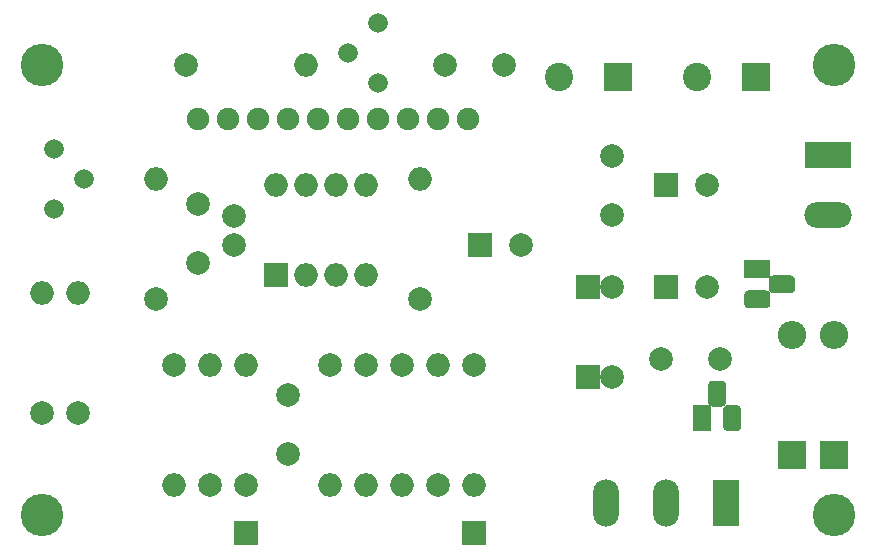
<source format=gbr>
G04 #@! TF.GenerationSoftware,KiCad,Pcbnew,(5.0.0-3-g5ebb6b6)*
G04 #@! TF.CreationDate,2018-08-12T20:31:25+01:00*
G04 #@! TF.ProjectId,SSFXPCB,535346585043422E6B696361645F7063,rev?*
G04 #@! TF.SameCoordinates,Original*
G04 #@! TF.FileFunction,Soldermask,Top*
G04 #@! TF.FilePolarity,Negative*
%FSLAX46Y46*%
G04 Gerber Fmt 4.6, Leading zero omitted, Abs format (unit mm)*
G04 Created by KiCad (PCBNEW (5.0.0-3-g5ebb6b6)) date Sunday, 12 August 2018 at 20:31:25*
%MOMM*%
%LPD*%
G01*
G04 APERTURE LIST*
%ADD10C,1.900000*%
%ADD11R,2.200000X4.000000*%
%ADD12O,2.200000X4.000000*%
%ADD13C,2.000000*%
%ADD14C,1.660000*%
%ADD15O,2.000000X2.000000*%
%ADD16R,2.000000X2.000000*%
%ADD17R,2.400000X2.400000*%
%ADD18O,2.400000X2.400000*%
%ADD19R,4.000000X2.200000*%
%ADD20O,4.000000X2.200000*%
%ADD21C,3.600000*%
%ADD22C,2.400000*%
%ADD23R,2.100000X2.100000*%
%ADD24C,0.100000*%
%ADD25C,1.500000*%
%ADD26R,2.200000X1.500000*%
%ADD27R,1.500000X2.200000*%
G04 APERTURE END LIST*
D10*
G04 #@! TO.C,U2*
X117856000Y-109220000D03*
X120396000Y-109220000D03*
X122936000Y-109220000D03*
X125476000Y-109220000D03*
X140716000Y-109220000D03*
X138176000Y-109220000D03*
X135636000Y-109220000D03*
X133096000Y-109220000D03*
X130556000Y-109220000D03*
X128016000Y-109220000D03*
G04 #@! TD*
D11*
G04 #@! TO.C,RV5*
X162560000Y-141732000D03*
D12*
X157480000Y-141732000D03*
X152400000Y-141732000D03*
G04 #@! TD*
D13*
G04 #@! TO.C,C15*
X152908000Y-112348000D03*
X152908000Y-117348000D03*
G04 #@! TD*
D14*
G04 #@! TO.C,RV3*
X105664000Y-111760000D03*
X108204000Y-114300000D03*
X105664000Y-116840000D03*
G04 #@! TD*
D15*
G04 #@! TO.C,R24*
X135128000Y-140208000D03*
D13*
X135128000Y-130048000D03*
G04 #@! TD*
G04 #@! TO.C,C18*
X160980000Y-123444000D03*
D16*
X157480000Y-123444000D03*
G04 #@! TD*
D13*
G04 #@! TO.C,C14*
X160980000Y-114808000D03*
D16*
X157480000Y-114808000D03*
G04 #@! TD*
G04 #@! TO.C,C20*
X141732000Y-119888000D03*
D13*
X145232000Y-119888000D03*
G04 #@! TD*
D17*
G04 #@! TO.C,D3*
X168148000Y-137668000D03*
D18*
X168148000Y-127508000D03*
G04 #@! TD*
G04 #@! TO.C,D4*
X171704000Y-127508000D03*
D17*
X171704000Y-137668000D03*
G04 #@! TD*
D15*
G04 #@! TO.C,R14*
X138176000Y-130048000D03*
D13*
X138176000Y-140208000D03*
G04 #@! TD*
D15*
G04 #@! TO.C,R12*
X104648000Y-123952000D03*
D13*
X104648000Y-134112000D03*
G04 #@! TD*
D19*
G04 #@! TO.C,J4*
X171196000Y-112268000D03*
D20*
X171196000Y-117348000D03*
G04 #@! TD*
D21*
G04 #@! TO.C,MK1*
X171704000Y-104648000D03*
G04 #@! TD*
G04 #@! TO.C,MK2*
X104648000Y-142748000D03*
G04 #@! TD*
G04 #@! TO.C,MK3*
X104648000Y-104648000D03*
G04 #@! TD*
D16*
G04 #@! TO.C,U1*
X124460000Y-122428000D03*
D15*
X132080000Y-114808000D03*
X127000000Y-122428000D03*
X129540000Y-114808000D03*
X129540000Y-122428000D03*
X127000000Y-114808000D03*
X132080000Y-122428000D03*
X124460000Y-114808000D03*
G04 #@! TD*
D14*
G04 #@! TO.C,RV1*
X133096000Y-106172000D03*
X130556000Y-103632000D03*
X133096000Y-101092000D03*
G04 #@! TD*
D13*
G04 #@! TO.C,C1*
X125476000Y-132588000D03*
X125476000Y-137588000D03*
G04 #@! TD*
G04 #@! TO.C,C4*
X138764000Y-104648000D03*
X143764000Y-104648000D03*
G04 #@! TD*
G04 #@! TO.C,C6*
X117856000Y-121412000D03*
X117856000Y-116412000D03*
G04 #@! TD*
D16*
G04 #@! TO.C,C7*
X150876000Y-131064000D03*
D13*
X152876000Y-131064000D03*
G04 #@! TD*
G04 #@! TO.C,C8*
X152876000Y-123444000D03*
D16*
X150876000Y-123444000D03*
G04 #@! TD*
D13*
G04 #@! TO.C,C19*
X157052000Y-129540000D03*
X162052000Y-129540000D03*
G04 #@! TD*
G04 #@! TO.C,R1*
X121920000Y-140208000D03*
D15*
X121920000Y-130048000D03*
G04 #@! TD*
D13*
G04 #@! TO.C,R2*
X129032000Y-130048000D03*
D15*
X129032000Y-140208000D03*
G04 #@! TD*
D13*
G04 #@! TO.C,R5*
X118872000Y-140208000D03*
D15*
X118872000Y-130048000D03*
G04 #@! TD*
D13*
G04 #@! TO.C,R7*
X115824000Y-130048000D03*
D15*
X115824000Y-140208000D03*
G04 #@! TD*
D13*
G04 #@! TO.C,R9*
X114300000Y-124460000D03*
D15*
X114300000Y-114300000D03*
G04 #@! TD*
G04 #@! TO.C,R10*
X136652000Y-114300000D03*
D13*
X136652000Y-124460000D03*
G04 #@! TD*
G04 #@! TO.C,R11*
X107696000Y-134112000D03*
D15*
X107696000Y-123952000D03*
G04 #@! TD*
G04 #@! TO.C,R13*
X127000000Y-104648000D03*
D13*
X116840000Y-104648000D03*
G04 #@! TD*
G04 #@! TO.C,R15*
X141224000Y-130048000D03*
D15*
X141224000Y-140208000D03*
G04 #@! TD*
D13*
G04 #@! TO.C,R25*
X132080000Y-130048000D03*
D15*
X132080000Y-140208000D03*
G04 #@! TD*
D22*
G04 #@! TO.C,C10*
X160100000Y-105664000D03*
D17*
X165100000Y-105664000D03*
G04 #@! TD*
G04 #@! TO.C,C11*
X153416000Y-105664000D03*
D22*
X148416000Y-105664000D03*
G04 #@! TD*
D23*
G04 #@! TO.C,J9*
X121920000Y-144272000D03*
G04 #@! TD*
G04 #@! TO.C,J11*
X141224000Y-144272000D03*
G04 #@! TD*
D13*
G04 #@! TO.C,C3*
X120904000Y-119888000D03*
X120904000Y-117388000D03*
G04 #@! TD*
D24*
G04 #@! TO.C,U3*
G36*
X168039756Y-122441806D02*
X168076159Y-122447206D01*
X168111857Y-122456147D01*
X168146506Y-122468545D01*
X168179774Y-122484280D01*
X168211339Y-122503199D01*
X168240897Y-122525121D01*
X168268165Y-122549835D01*
X168292879Y-122577103D01*
X168314801Y-122606661D01*
X168333720Y-122638226D01*
X168349455Y-122671494D01*
X168361853Y-122706143D01*
X168370794Y-122741841D01*
X168376194Y-122778244D01*
X168378000Y-122815000D01*
X168378000Y-123565000D01*
X168376194Y-123601756D01*
X168370794Y-123638159D01*
X168361853Y-123673857D01*
X168349455Y-123708506D01*
X168333720Y-123741774D01*
X168314801Y-123773339D01*
X168292879Y-123802897D01*
X168268165Y-123830165D01*
X168240897Y-123854879D01*
X168211339Y-123876801D01*
X168179774Y-123895720D01*
X168146506Y-123911455D01*
X168111857Y-123923853D01*
X168076159Y-123932794D01*
X168039756Y-123938194D01*
X168003000Y-123940000D01*
X166553000Y-123940000D01*
X166516244Y-123938194D01*
X166479841Y-123932794D01*
X166444143Y-123923853D01*
X166409494Y-123911455D01*
X166376226Y-123895720D01*
X166344661Y-123876801D01*
X166315103Y-123854879D01*
X166287835Y-123830165D01*
X166263121Y-123802897D01*
X166241199Y-123773339D01*
X166222280Y-123741774D01*
X166206545Y-123708506D01*
X166194147Y-123673857D01*
X166185206Y-123638159D01*
X166179806Y-123601756D01*
X166178000Y-123565000D01*
X166178000Y-122815000D01*
X166179806Y-122778244D01*
X166185206Y-122741841D01*
X166194147Y-122706143D01*
X166206545Y-122671494D01*
X166222280Y-122638226D01*
X166241199Y-122606661D01*
X166263121Y-122577103D01*
X166287835Y-122549835D01*
X166315103Y-122525121D01*
X166344661Y-122503199D01*
X166376226Y-122484280D01*
X166409494Y-122468545D01*
X166444143Y-122456147D01*
X166479841Y-122447206D01*
X166516244Y-122441806D01*
X166553000Y-122440000D01*
X168003000Y-122440000D01*
X168039756Y-122441806D01*
X168039756Y-122441806D01*
G37*
D25*
X167278000Y-123190000D03*
D24*
G36*
X165969756Y-123711806D02*
X166006159Y-123717206D01*
X166041857Y-123726147D01*
X166076506Y-123738545D01*
X166109774Y-123754280D01*
X166141339Y-123773199D01*
X166170897Y-123795121D01*
X166198165Y-123819835D01*
X166222879Y-123847103D01*
X166244801Y-123876661D01*
X166263720Y-123908226D01*
X166279455Y-123941494D01*
X166291853Y-123976143D01*
X166300794Y-124011841D01*
X166306194Y-124048244D01*
X166308000Y-124085000D01*
X166308000Y-124835000D01*
X166306194Y-124871756D01*
X166300794Y-124908159D01*
X166291853Y-124943857D01*
X166279455Y-124978506D01*
X166263720Y-125011774D01*
X166244801Y-125043339D01*
X166222879Y-125072897D01*
X166198165Y-125100165D01*
X166170897Y-125124879D01*
X166141339Y-125146801D01*
X166109774Y-125165720D01*
X166076506Y-125181455D01*
X166041857Y-125193853D01*
X166006159Y-125202794D01*
X165969756Y-125208194D01*
X165933000Y-125210000D01*
X164483000Y-125210000D01*
X164446244Y-125208194D01*
X164409841Y-125202794D01*
X164374143Y-125193853D01*
X164339494Y-125181455D01*
X164306226Y-125165720D01*
X164274661Y-125146801D01*
X164245103Y-125124879D01*
X164217835Y-125100165D01*
X164193121Y-125072897D01*
X164171199Y-125043339D01*
X164152280Y-125011774D01*
X164136545Y-124978506D01*
X164124147Y-124943857D01*
X164115206Y-124908159D01*
X164109806Y-124871756D01*
X164108000Y-124835000D01*
X164108000Y-124085000D01*
X164109806Y-124048244D01*
X164115206Y-124011841D01*
X164124147Y-123976143D01*
X164136545Y-123941494D01*
X164152280Y-123908226D01*
X164171199Y-123876661D01*
X164193121Y-123847103D01*
X164217835Y-123819835D01*
X164245103Y-123795121D01*
X164274661Y-123773199D01*
X164306226Y-123754280D01*
X164339494Y-123738545D01*
X164374143Y-123726147D01*
X164409841Y-123717206D01*
X164446244Y-123711806D01*
X164483000Y-123710000D01*
X165933000Y-123710000D01*
X165969756Y-123711806D01*
X165969756Y-123711806D01*
G37*
D25*
X165208000Y-124460000D03*
D26*
X165208000Y-121920000D03*
G04 #@! TD*
D27*
G04 #@! TO.C,U4*
X160528000Y-134512000D03*
D24*
G36*
X163479756Y-133413806D02*
X163516159Y-133419206D01*
X163551857Y-133428147D01*
X163586506Y-133440545D01*
X163619774Y-133456280D01*
X163651339Y-133475199D01*
X163680897Y-133497121D01*
X163708165Y-133521835D01*
X163732879Y-133549103D01*
X163754801Y-133578661D01*
X163773720Y-133610226D01*
X163789455Y-133643494D01*
X163801853Y-133678143D01*
X163810794Y-133713841D01*
X163816194Y-133750244D01*
X163818000Y-133787000D01*
X163818000Y-135237000D01*
X163816194Y-135273756D01*
X163810794Y-135310159D01*
X163801853Y-135345857D01*
X163789455Y-135380506D01*
X163773720Y-135413774D01*
X163754801Y-135445339D01*
X163732879Y-135474897D01*
X163708165Y-135502165D01*
X163680897Y-135526879D01*
X163651339Y-135548801D01*
X163619774Y-135567720D01*
X163586506Y-135583455D01*
X163551857Y-135595853D01*
X163516159Y-135604794D01*
X163479756Y-135610194D01*
X163443000Y-135612000D01*
X162693000Y-135612000D01*
X162656244Y-135610194D01*
X162619841Y-135604794D01*
X162584143Y-135595853D01*
X162549494Y-135583455D01*
X162516226Y-135567720D01*
X162484661Y-135548801D01*
X162455103Y-135526879D01*
X162427835Y-135502165D01*
X162403121Y-135474897D01*
X162381199Y-135445339D01*
X162362280Y-135413774D01*
X162346545Y-135380506D01*
X162334147Y-135345857D01*
X162325206Y-135310159D01*
X162319806Y-135273756D01*
X162318000Y-135237000D01*
X162318000Y-133787000D01*
X162319806Y-133750244D01*
X162325206Y-133713841D01*
X162334147Y-133678143D01*
X162346545Y-133643494D01*
X162362280Y-133610226D01*
X162381199Y-133578661D01*
X162403121Y-133549103D01*
X162427835Y-133521835D01*
X162455103Y-133497121D01*
X162484661Y-133475199D01*
X162516226Y-133456280D01*
X162549494Y-133440545D01*
X162584143Y-133428147D01*
X162619841Y-133419206D01*
X162656244Y-133413806D01*
X162693000Y-133412000D01*
X163443000Y-133412000D01*
X163479756Y-133413806D01*
X163479756Y-133413806D01*
G37*
D25*
X163068000Y-134512000D03*
D24*
G36*
X162209756Y-131343806D02*
X162246159Y-131349206D01*
X162281857Y-131358147D01*
X162316506Y-131370545D01*
X162349774Y-131386280D01*
X162381339Y-131405199D01*
X162410897Y-131427121D01*
X162438165Y-131451835D01*
X162462879Y-131479103D01*
X162484801Y-131508661D01*
X162503720Y-131540226D01*
X162519455Y-131573494D01*
X162531853Y-131608143D01*
X162540794Y-131643841D01*
X162546194Y-131680244D01*
X162548000Y-131717000D01*
X162548000Y-133167000D01*
X162546194Y-133203756D01*
X162540794Y-133240159D01*
X162531853Y-133275857D01*
X162519455Y-133310506D01*
X162503720Y-133343774D01*
X162484801Y-133375339D01*
X162462879Y-133404897D01*
X162438165Y-133432165D01*
X162410897Y-133456879D01*
X162381339Y-133478801D01*
X162349774Y-133497720D01*
X162316506Y-133513455D01*
X162281857Y-133525853D01*
X162246159Y-133534794D01*
X162209756Y-133540194D01*
X162173000Y-133542000D01*
X161423000Y-133542000D01*
X161386244Y-133540194D01*
X161349841Y-133534794D01*
X161314143Y-133525853D01*
X161279494Y-133513455D01*
X161246226Y-133497720D01*
X161214661Y-133478801D01*
X161185103Y-133456879D01*
X161157835Y-133432165D01*
X161133121Y-133404897D01*
X161111199Y-133375339D01*
X161092280Y-133343774D01*
X161076545Y-133310506D01*
X161064147Y-133275857D01*
X161055206Y-133240159D01*
X161049806Y-133203756D01*
X161048000Y-133167000D01*
X161048000Y-131717000D01*
X161049806Y-131680244D01*
X161055206Y-131643841D01*
X161064147Y-131608143D01*
X161076545Y-131573494D01*
X161092280Y-131540226D01*
X161111199Y-131508661D01*
X161133121Y-131479103D01*
X161157835Y-131451835D01*
X161185103Y-131427121D01*
X161214661Y-131405199D01*
X161246226Y-131386280D01*
X161279494Y-131370545D01*
X161314143Y-131358147D01*
X161349841Y-131349206D01*
X161386244Y-131343806D01*
X161423000Y-131342000D01*
X162173000Y-131342000D01*
X162209756Y-131343806D01*
X162209756Y-131343806D01*
G37*
D25*
X161798000Y-132442000D03*
G04 #@! TD*
D21*
G04 #@! TO.C,MK4*
X171704000Y-142748000D03*
G04 #@! TD*
M02*

</source>
